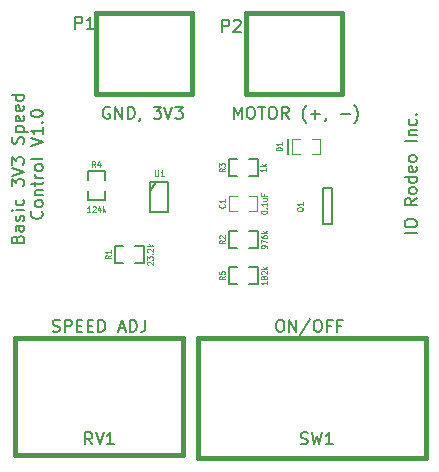
<source format=gto>
G04 (created by PCBNEW (2013-mar-13)-testing) date Wed 04 Dec 2013 03:02:40 PM PST*
%MOIN*%
G04 Gerber Fmt 3.4, Leading zero omitted, Abs format*
%FSLAX34Y34*%
G01*
G70*
G90*
G04 APERTURE LIST*
%ADD10C,0.005906*%
%ADD11C,0.008000*%
%ADD12C,0.004700*%
%ADD13C,0.015000*%
%ADD14C,0.005000*%
%ADD15C,0.004500*%
G04 APERTURE END LIST*
G54D10*
G54D11*
X24080Y-17371D02*
X23680Y-17371D01*
X23680Y-17104D02*
X23680Y-17028D01*
X23700Y-16990D01*
X23738Y-16952D01*
X23814Y-16933D01*
X23947Y-16933D01*
X24023Y-16952D01*
X24061Y-16990D01*
X24080Y-17028D01*
X24080Y-17104D01*
X24061Y-17142D01*
X24023Y-17180D01*
X23947Y-17199D01*
X23814Y-17199D01*
X23738Y-17180D01*
X23700Y-17142D01*
X23680Y-17104D01*
X24080Y-16228D02*
X23890Y-16361D01*
X24080Y-16457D02*
X23680Y-16457D01*
X23680Y-16304D01*
X23700Y-16266D01*
X23719Y-16247D01*
X23757Y-16228D01*
X23814Y-16228D01*
X23852Y-16247D01*
X23871Y-16266D01*
X23890Y-16304D01*
X23890Y-16457D01*
X24080Y-15999D02*
X24061Y-16038D01*
X24042Y-16057D01*
X24004Y-16076D01*
X23890Y-16076D01*
X23852Y-16057D01*
X23833Y-16038D01*
X23814Y-15999D01*
X23814Y-15942D01*
X23833Y-15904D01*
X23852Y-15885D01*
X23890Y-15866D01*
X24004Y-15866D01*
X24042Y-15885D01*
X24061Y-15904D01*
X24080Y-15942D01*
X24080Y-15999D01*
X24080Y-15523D02*
X23680Y-15523D01*
X24061Y-15523D02*
X24080Y-15561D01*
X24080Y-15638D01*
X24061Y-15676D01*
X24042Y-15695D01*
X24004Y-15714D01*
X23890Y-15714D01*
X23852Y-15695D01*
X23833Y-15676D01*
X23814Y-15638D01*
X23814Y-15561D01*
X23833Y-15523D01*
X24061Y-15180D02*
X24080Y-15219D01*
X24080Y-15295D01*
X24061Y-15333D01*
X24023Y-15352D01*
X23871Y-15352D01*
X23833Y-15333D01*
X23814Y-15295D01*
X23814Y-15219D01*
X23833Y-15180D01*
X23871Y-15161D01*
X23909Y-15161D01*
X23947Y-15352D01*
X24080Y-14933D02*
X24061Y-14971D01*
X24042Y-14990D01*
X24004Y-15009D01*
X23890Y-15009D01*
X23852Y-14990D01*
X23833Y-14971D01*
X23814Y-14933D01*
X23814Y-14876D01*
X23833Y-14838D01*
X23852Y-14819D01*
X23890Y-14800D01*
X24004Y-14800D01*
X24042Y-14819D01*
X24061Y-14838D01*
X24080Y-14876D01*
X24080Y-14933D01*
X24080Y-14323D02*
X23680Y-14323D01*
X23814Y-14133D02*
X24080Y-14133D01*
X23852Y-14133D02*
X23833Y-14114D01*
X23814Y-14076D01*
X23814Y-14019D01*
X23833Y-13980D01*
X23871Y-13961D01*
X24080Y-13961D01*
X24061Y-13600D02*
X24080Y-13638D01*
X24080Y-13714D01*
X24061Y-13752D01*
X24042Y-13771D01*
X24004Y-13790D01*
X23890Y-13790D01*
X23852Y-13771D01*
X23833Y-13752D01*
X23814Y-13714D01*
X23814Y-13638D01*
X23833Y-13600D01*
X24042Y-13428D02*
X24061Y-13409D01*
X24080Y-13428D01*
X24061Y-13447D01*
X24042Y-13428D01*
X24080Y-13428D01*
X10771Y-17585D02*
X10790Y-17528D01*
X10809Y-17509D01*
X10847Y-17490D01*
X10904Y-17490D01*
X10942Y-17509D01*
X10961Y-17528D01*
X10980Y-17566D01*
X10980Y-17719D01*
X10580Y-17719D01*
X10580Y-17585D01*
X10600Y-17547D01*
X10619Y-17528D01*
X10657Y-17509D01*
X10695Y-17509D01*
X10733Y-17528D01*
X10752Y-17547D01*
X10771Y-17585D01*
X10771Y-17719D01*
X10980Y-17147D02*
X10771Y-17147D01*
X10733Y-17166D01*
X10714Y-17204D01*
X10714Y-17280D01*
X10733Y-17319D01*
X10961Y-17147D02*
X10980Y-17185D01*
X10980Y-17280D01*
X10961Y-17319D01*
X10923Y-17338D01*
X10885Y-17338D01*
X10847Y-17319D01*
X10828Y-17280D01*
X10828Y-17185D01*
X10809Y-17147D01*
X10961Y-16976D02*
X10980Y-16938D01*
X10980Y-16861D01*
X10961Y-16823D01*
X10923Y-16804D01*
X10904Y-16804D01*
X10866Y-16823D01*
X10847Y-16861D01*
X10847Y-16919D01*
X10828Y-16957D01*
X10790Y-16976D01*
X10771Y-16976D01*
X10733Y-16957D01*
X10714Y-16919D01*
X10714Y-16861D01*
X10733Y-16823D01*
X10980Y-16633D02*
X10714Y-16633D01*
X10580Y-16633D02*
X10600Y-16652D01*
X10619Y-16633D01*
X10600Y-16614D01*
X10580Y-16633D01*
X10619Y-16633D01*
X10961Y-16271D02*
X10980Y-16309D01*
X10980Y-16385D01*
X10961Y-16423D01*
X10942Y-16442D01*
X10904Y-16461D01*
X10790Y-16461D01*
X10752Y-16442D01*
X10733Y-16423D01*
X10714Y-16385D01*
X10714Y-16309D01*
X10733Y-16271D01*
X10580Y-15833D02*
X10580Y-15585D01*
X10733Y-15719D01*
X10733Y-15661D01*
X10752Y-15623D01*
X10771Y-15604D01*
X10809Y-15585D01*
X10904Y-15585D01*
X10942Y-15604D01*
X10961Y-15623D01*
X10980Y-15661D01*
X10980Y-15776D01*
X10961Y-15814D01*
X10942Y-15833D01*
X10580Y-15471D02*
X10980Y-15338D01*
X10580Y-15204D01*
X10580Y-15109D02*
X10580Y-14861D01*
X10733Y-14995D01*
X10733Y-14938D01*
X10752Y-14900D01*
X10771Y-14880D01*
X10809Y-14861D01*
X10904Y-14861D01*
X10942Y-14880D01*
X10961Y-14900D01*
X10980Y-14938D01*
X10980Y-15052D01*
X10961Y-15090D01*
X10942Y-15109D01*
X10961Y-14404D02*
X10980Y-14347D01*
X10980Y-14252D01*
X10961Y-14214D01*
X10942Y-14195D01*
X10904Y-14176D01*
X10866Y-14176D01*
X10828Y-14195D01*
X10809Y-14214D01*
X10790Y-14252D01*
X10771Y-14328D01*
X10752Y-14366D01*
X10733Y-14385D01*
X10695Y-14404D01*
X10657Y-14404D01*
X10619Y-14385D01*
X10600Y-14366D01*
X10580Y-14328D01*
X10580Y-14233D01*
X10600Y-14176D01*
X10714Y-14004D02*
X11114Y-14004D01*
X10733Y-14004D02*
X10714Y-13966D01*
X10714Y-13890D01*
X10733Y-13852D01*
X10752Y-13833D01*
X10790Y-13814D01*
X10904Y-13814D01*
X10942Y-13833D01*
X10961Y-13852D01*
X10980Y-13890D01*
X10980Y-13966D01*
X10961Y-14004D01*
X10961Y-13490D02*
X10980Y-13528D01*
X10980Y-13604D01*
X10961Y-13642D01*
X10923Y-13661D01*
X10771Y-13661D01*
X10733Y-13642D01*
X10714Y-13604D01*
X10714Y-13528D01*
X10733Y-13490D01*
X10771Y-13471D01*
X10809Y-13471D01*
X10847Y-13661D01*
X10961Y-13147D02*
X10980Y-13185D01*
X10980Y-13261D01*
X10961Y-13300D01*
X10923Y-13319D01*
X10771Y-13319D01*
X10733Y-13300D01*
X10714Y-13261D01*
X10714Y-13185D01*
X10733Y-13147D01*
X10771Y-13128D01*
X10809Y-13128D01*
X10847Y-13319D01*
X10980Y-12785D02*
X10580Y-12785D01*
X10961Y-12785D02*
X10980Y-12823D01*
X10980Y-12900D01*
X10961Y-12938D01*
X10942Y-12957D01*
X10904Y-12976D01*
X10790Y-12976D01*
X10752Y-12957D01*
X10733Y-12938D01*
X10714Y-12900D01*
X10714Y-12823D01*
X10733Y-12785D01*
X11582Y-16661D02*
X11601Y-16680D01*
X11620Y-16738D01*
X11620Y-16776D01*
X11601Y-16833D01*
X11563Y-16871D01*
X11525Y-16890D01*
X11449Y-16909D01*
X11392Y-16909D01*
X11316Y-16890D01*
X11278Y-16871D01*
X11240Y-16833D01*
X11220Y-16776D01*
X11220Y-16738D01*
X11240Y-16680D01*
X11259Y-16661D01*
X11620Y-16433D02*
X11601Y-16471D01*
X11582Y-16490D01*
X11544Y-16509D01*
X11430Y-16509D01*
X11392Y-16490D01*
X11373Y-16471D01*
X11354Y-16433D01*
X11354Y-16376D01*
X11373Y-16338D01*
X11392Y-16319D01*
X11430Y-16299D01*
X11544Y-16299D01*
X11582Y-16319D01*
X11601Y-16338D01*
X11620Y-16376D01*
X11620Y-16433D01*
X11354Y-16128D02*
X11620Y-16128D01*
X11392Y-16128D02*
X11373Y-16109D01*
X11354Y-16071D01*
X11354Y-16014D01*
X11373Y-15976D01*
X11411Y-15957D01*
X11620Y-15957D01*
X11354Y-15823D02*
X11354Y-15671D01*
X11220Y-15766D02*
X11563Y-15766D01*
X11601Y-15747D01*
X11620Y-15709D01*
X11620Y-15671D01*
X11620Y-15538D02*
X11354Y-15538D01*
X11430Y-15538D02*
X11392Y-15519D01*
X11373Y-15499D01*
X11354Y-15461D01*
X11354Y-15423D01*
X11620Y-15233D02*
X11601Y-15271D01*
X11582Y-15290D01*
X11544Y-15309D01*
X11430Y-15309D01*
X11392Y-15290D01*
X11373Y-15271D01*
X11354Y-15233D01*
X11354Y-15176D01*
X11373Y-15138D01*
X11392Y-15119D01*
X11430Y-15100D01*
X11544Y-15100D01*
X11582Y-15119D01*
X11601Y-15138D01*
X11620Y-15176D01*
X11620Y-15233D01*
X11620Y-14871D02*
X11601Y-14909D01*
X11563Y-14928D01*
X11220Y-14928D01*
X11220Y-14471D02*
X11620Y-14338D01*
X11220Y-14204D01*
X11620Y-13861D02*
X11620Y-14090D01*
X11620Y-13976D02*
X11220Y-13976D01*
X11278Y-14014D01*
X11316Y-14052D01*
X11335Y-14090D01*
X11582Y-13690D02*
X11601Y-13671D01*
X11620Y-13690D01*
X11601Y-13709D01*
X11582Y-13690D01*
X11620Y-13690D01*
X11220Y-13423D02*
X11220Y-13385D01*
X11240Y-13347D01*
X11259Y-13328D01*
X11297Y-13309D01*
X11373Y-13290D01*
X11468Y-13290D01*
X11544Y-13309D01*
X11582Y-13328D01*
X11601Y-13347D01*
X11620Y-13385D01*
X11620Y-13423D01*
X11601Y-13461D01*
X11582Y-13480D01*
X11544Y-13500D01*
X11468Y-13519D01*
X11373Y-13519D01*
X11297Y-13500D01*
X11259Y-13480D01*
X11240Y-13461D01*
X11220Y-13423D01*
X19490Y-20280D02*
X19566Y-20280D01*
X19604Y-20300D01*
X19642Y-20338D01*
X19661Y-20414D01*
X19661Y-20547D01*
X19642Y-20623D01*
X19604Y-20661D01*
X19566Y-20680D01*
X19490Y-20680D01*
X19452Y-20661D01*
X19414Y-20623D01*
X19395Y-20547D01*
X19395Y-20414D01*
X19414Y-20338D01*
X19452Y-20300D01*
X19490Y-20280D01*
X19833Y-20680D02*
X19833Y-20280D01*
X20061Y-20680D01*
X20061Y-20280D01*
X20538Y-20261D02*
X20195Y-20776D01*
X20747Y-20280D02*
X20823Y-20280D01*
X20861Y-20300D01*
X20900Y-20338D01*
X20919Y-20414D01*
X20919Y-20547D01*
X20900Y-20623D01*
X20861Y-20661D01*
X20823Y-20680D01*
X20747Y-20680D01*
X20709Y-20661D01*
X20671Y-20623D01*
X20652Y-20547D01*
X20652Y-20414D01*
X20671Y-20338D01*
X20709Y-20300D01*
X20747Y-20280D01*
X21223Y-20471D02*
X21090Y-20471D01*
X21090Y-20680D02*
X21090Y-20280D01*
X21280Y-20280D01*
X21566Y-20471D02*
X21433Y-20471D01*
X21433Y-20680D02*
X21433Y-20280D01*
X21623Y-20280D01*
X11947Y-20661D02*
X12004Y-20680D01*
X12100Y-20680D01*
X12138Y-20661D01*
X12157Y-20642D01*
X12176Y-20604D01*
X12176Y-20566D01*
X12157Y-20528D01*
X12138Y-20509D01*
X12100Y-20490D01*
X12023Y-20471D01*
X11985Y-20452D01*
X11966Y-20433D01*
X11947Y-20395D01*
X11947Y-20357D01*
X11966Y-20319D01*
X11985Y-20300D01*
X12023Y-20280D01*
X12119Y-20280D01*
X12176Y-20300D01*
X12347Y-20680D02*
X12347Y-20280D01*
X12500Y-20280D01*
X12538Y-20300D01*
X12557Y-20319D01*
X12576Y-20357D01*
X12576Y-20414D01*
X12557Y-20452D01*
X12538Y-20471D01*
X12500Y-20490D01*
X12347Y-20490D01*
X12747Y-20471D02*
X12880Y-20471D01*
X12938Y-20680D02*
X12747Y-20680D01*
X12747Y-20280D01*
X12938Y-20280D01*
X13109Y-20471D02*
X13242Y-20471D01*
X13300Y-20680D02*
X13109Y-20680D01*
X13109Y-20280D01*
X13300Y-20280D01*
X13471Y-20680D02*
X13471Y-20280D01*
X13566Y-20280D01*
X13623Y-20300D01*
X13661Y-20338D01*
X13680Y-20376D01*
X13700Y-20452D01*
X13700Y-20509D01*
X13680Y-20585D01*
X13661Y-20623D01*
X13623Y-20661D01*
X13566Y-20680D01*
X13471Y-20680D01*
X14157Y-20566D02*
X14347Y-20566D01*
X14119Y-20680D02*
X14252Y-20280D01*
X14385Y-20680D01*
X14519Y-20680D02*
X14519Y-20280D01*
X14614Y-20280D01*
X14671Y-20300D01*
X14709Y-20338D01*
X14728Y-20376D01*
X14747Y-20452D01*
X14747Y-20509D01*
X14728Y-20585D01*
X14709Y-20623D01*
X14671Y-20661D01*
X14614Y-20680D01*
X14519Y-20680D01*
X15033Y-20280D02*
X15033Y-20566D01*
X15014Y-20623D01*
X14976Y-20661D01*
X14919Y-20680D01*
X14880Y-20680D01*
X17980Y-13580D02*
X17980Y-13180D01*
X18114Y-13466D01*
X18247Y-13180D01*
X18247Y-13580D01*
X18514Y-13180D02*
X18590Y-13180D01*
X18628Y-13200D01*
X18666Y-13238D01*
X18685Y-13314D01*
X18685Y-13447D01*
X18666Y-13523D01*
X18628Y-13561D01*
X18590Y-13580D01*
X18514Y-13580D01*
X18476Y-13561D01*
X18438Y-13523D01*
X18419Y-13447D01*
X18419Y-13314D01*
X18438Y-13238D01*
X18476Y-13200D01*
X18514Y-13180D01*
X18800Y-13180D02*
X19028Y-13180D01*
X18914Y-13580D02*
X18914Y-13180D01*
X19238Y-13180D02*
X19314Y-13180D01*
X19352Y-13200D01*
X19390Y-13238D01*
X19409Y-13314D01*
X19409Y-13447D01*
X19390Y-13523D01*
X19352Y-13561D01*
X19314Y-13580D01*
X19238Y-13580D01*
X19200Y-13561D01*
X19161Y-13523D01*
X19142Y-13447D01*
X19142Y-13314D01*
X19161Y-13238D01*
X19200Y-13200D01*
X19238Y-13180D01*
X19809Y-13580D02*
X19676Y-13390D01*
X19580Y-13580D02*
X19580Y-13180D01*
X19733Y-13180D01*
X19771Y-13200D01*
X19790Y-13219D01*
X19809Y-13257D01*
X19809Y-13314D01*
X19790Y-13352D01*
X19771Y-13371D01*
X19733Y-13390D01*
X19580Y-13390D01*
X20400Y-13733D02*
X20380Y-13714D01*
X20342Y-13657D01*
X20323Y-13619D01*
X20304Y-13561D01*
X20285Y-13466D01*
X20285Y-13390D01*
X20304Y-13295D01*
X20323Y-13238D01*
X20342Y-13200D01*
X20380Y-13142D01*
X20400Y-13123D01*
X20552Y-13428D02*
X20857Y-13428D01*
X20704Y-13580D02*
X20704Y-13276D01*
X21066Y-13561D02*
X21066Y-13580D01*
X21047Y-13619D01*
X21028Y-13638D01*
X21542Y-13428D02*
X21847Y-13428D01*
X22000Y-13733D02*
X22019Y-13714D01*
X22057Y-13657D01*
X22076Y-13619D01*
X22095Y-13561D01*
X22114Y-13466D01*
X22114Y-13390D01*
X22095Y-13295D01*
X22076Y-13238D01*
X22057Y-13200D01*
X22019Y-13142D01*
X22000Y-13123D01*
X13842Y-13200D02*
X13804Y-13180D01*
X13747Y-13180D01*
X13690Y-13200D01*
X13652Y-13238D01*
X13633Y-13276D01*
X13614Y-13352D01*
X13614Y-13409D01*
X13633Y-13485D01*
X13652Y-13523D01*
X13690Y-13561D01*
X13747Y-13580D01*
X13785Y-13580D01*
X13842Y-13561D01*
X13861Y-13542D01*
X13861Y-13409D01*
X13785Y-13409D01*
X14033Y-13580D02*
X14033Y-13180D01*
X14261Y-13580D01*
X14261Y-13180D01*
X14452Y-13580D02*
X14452Y-13180D01*
X14547Y-13180D01*
X14604Y-13200D01*
X14642Y-13238D01*
X14661Y-13276D01*
X14680Y-13352D01*
X14680Y-13409D01*
X14661Y-13485D01*
X14642Y-13523D01*
X14604Y-13561D01*
X14547Y-13580D01*
X14452Y-13580D01*
X14871Y-13561D02*
X14871Y-13580D01*
X14852Y-13619D01*
X14833Y-13638D01*
X15309Y-13180D02*
X15557Y-13180D01*
X15423Y-13333D01*
X15480Y-13333D01*
X15519Y-13352D01*
X15538Y-13371D01*
X15557Y-13409D01*
X15557Y-13504D01*
X15538Y-13542D01*
X15519Y-13561D01*
X15480Y-13580D01*
X15366Y-13580D01*
X15328Y-13561D01*
X15309Y-13542D01*
X15671Y-13180D02*
X15804Y-13580D01*
X15938Y-13180D01*
X16033Y-13180D02*
X16280Y-13180D01*
X16147Y-13333D01*
X16204Y-13333D01*
X16242Y-13352D01*
X16261Y-13371D01*
X16280Y-13409D01*
X16280Y-13504D01*
X16261Y-13542D01*
X16242Y-13561D01*
X16204Y-13580D01*
X16090Y-13580D01*
X16052Y-13561D01*
X16033Y-13542D01*
G54D12*
X18497Y-16656D02*
X18772Y-16656D01*
X18103Y-16656D02*
X17828Y-16656D01*
X18497Y-16144D02*
X18772Y-16144D01*
X17828Y-16144D02*
X18103Y-16144D01*
X18772Y-16150D02*
X18772Y-16650D01*
X17828Y-16650D02*
X17828Y-16150D01*
G54D10*
X19800Y-14750D02*
X19800Y-14250D01*
G54D12*
X20203Y-14244D02*
X19928Y-14244D01*
X20597Y-14244D02*
X20872Y-14244D01*
X20203Y-14756D02*
X19928Y-14756D01*
X20872Y-14756D02*
X20597Y-14756D01*
X19928Y-14750D02*
X19928Y-14250D01*
X20872Y-14250D02*
X20872Y-14750D01*
G54D13*
X13400Y-10050D02*
X13400Y-12750D01*
X13400Y-12750D02*
X16600Y-12750D01*
X16600Y-12750D02*
X16600Y-10050D01*
X16600Y-10050D02*
X13400Y-10050D01*
X18400Y-10050D02*
X18400Y-12750D01*
X18400Y-12750D02*
X21600Y-12750D01*
X21600Y-12750D02*
X21600Y-10050D01*
X21600Y-10050D02*
X18400Y-10050D01*
G54D14*
X20950Y-17100D02*
X20950Y-15900D01*
X20950Y-15900D02*
X21250Y-15900D01*
X21250Y-15900D02*
X21250Y-17100D01*
X21250Y-17100D02*
X20950Y-17100D01*
X14697Y-18375D02*
X14975Y-18375D01*
X14975Y-18375D02*
X14975Y-17825D01*
X14975Y-17825D02*
X14697Y-17825D01*
X14025Y-18375D02*
X14303Y-18375D01*
X14025Y-18375D02*
X14025Y-17825D01*
X14025Y-17825D02*
X14303Y-17825D01*
X18103Y-17325D02*
X17825Y-17325D01*
X17825Y-17325D02*
X17825Y-17875D01*
X17825Y-17875D02*
X18103Y-17875D01*
X18775Y-17325D02*
X18497Y-17325D01*
X18775Y-17325D02*
X18775Y-17875D01*
X18775Y-17875D02*
X18497Y-17875D01*
X18497Y-15475D02*
X18775Y-15475D01*
X18775Y-15475D02*
X18775Y-14925D01*
X18775Y-14925D02*
X18497Y-14925D01*
X17825Y-15475D02*
X18103Y-15475D01*
X17825Y-15475D02*
X17825Y-14925D01*
X17825Y-14925D02*
X18103Y-14925D01*
X13125Y-15997D02*
X13125Y-16275D01*
X13125Y-16275D02*
X13675Y-16275D01*
X13675Y-16275D02*
X13675Y-15997D01*
X13125Y-15325D02*
X13125Y-15603D01*
X13125Y-15325D02*
X13675Y-15325D01*
X13675Y-15325D02*
X13675Y-15603D01*
X18103Y-18525D02*
X17825Y-18525D01*
X17825Y-18525D02*
X17825Y-19075D01*
X17825Y-19075D02*
X18103Y-19075D01*
X18775Y-18525D02*
X18497Y-18525D01*
X18775Y-18525D02*
X18775Y-19075D01*
X18775Y-19075D02*
X18497Y-19075D01*
G54D13*
X10700Y-20900D02*
X10700Y-24800D01*
X10700Y-24800D02*
X16300Y-24800D01*
X11000Y-20900D02*
X10700Y-20900D01*
X16300Y-20900D02*
X16300Y-24800D01*
X16000Y-20900D02*
X16300Y-20900D01*
X16000Y-20900D02*
X11000Y-20900D01*
X15500Y-24800D02*
X11500Y-24800D01*
X16800Y-20900D02*
X24400Y-20900D01*
X24400Y-20900D02*
X24400Y-24900D01*
X24400Y-24900D02*
X16800Y-24900D01*
X16800Y-24900D02*
X16800Y-20900D01*
G54D14*
X15200Y-16000D02*
X15400Y-15700D01*
X15200Y-16700D02*
X15200Y-15675D01*
X15200Y-15675D02*
X15800Y-15675D01*
X15800Y-15675D02*
X15800Y-16700D01*
X15800Y-16700D02*
X15200Y-16700D01*
G54D15*
X17671Y-16430D02*
X17680Y-16438D01*
X17690Y-16464D01*
X17690Y-16481D01*
X17680Y-16507D01*
X17661Y-16524D01*
X17642Y-16532D01*
X17604Y-16541D01*
X17576Y-16541D01*
X17538Y-16532D01*
X17519Y-16524D01*
X17500Y-16507D01*
X17490Y-16481D01*
X17490Y-16464D01*
X17500Y-16438D01*
X17509Y-16430D01*
X17690Y-16258D02*
X17690Y-16361D01*
X17690Y-16310D02*
X17490Y-16310D01*
X17519Y-16327D01*
X17538Y-16344D01*
X17547Y-16361D01*
X18890Y-16695D02*
X18890Y-16678D01*
X18900Y-16661D01*
X18909Y-16652D01*
X18928Y-16644D01*
X18966Y-16635D01*
X19014Y-16635D01*
X19052Y-16644D01*
X19071Y-16652D01*
X19080Y-16661D01*
X19090Y-16678D01*
X19090Y-16695D01*
X19080Y-16712D01*
X19071Y-16721D01*
X19052Y-16730D01*
X19014Y-16738D01*
X18966Y-16738D01*
X18928Y-16730D01*
X18909Y-16721D01*
X18900Y-16712D01*
X18890Y-16695D01*
X19071Y-16558D02*
X19080Y-16549D01*
X19090Y-16558D01*
X19080Y-16567D01*
X19071Y-16558D01*
X19090Y-16558D01*
X19090Y-16378D02*
X19090Y-16481D01*
X19090Y-16430D02*
X18890Y-16430D01*
X18919Y-16447D01*
X18938Y-16464D01*
X18947Y-16481D01*
X18957Y-16224D02*
X19090Y-16224D01*
X18957Y-16301D02*
X19061Y-16301D01*
X19080Y-16292D01*
X19090Y-16275D01*
X19090Y-16249D01*
X19080Y-16232D01*
X19071Y-16224D01*
X18985Y-16078D02*
X18985Y-16138D01*
X19090Y-16138D02*
X18890Y-16138D01*
X18890Y-16052D01*
X19590Y-14632D02*
X19390Y-14632D01*
X19390Y-14590D01*
X19400Y-14564D01*
X19419Y-14547D01*
X19438Y-14538D01*
X19476Y-14530D01*
X19504Y-14530D01*
X19542Y-14538D01*
X19561Y-14547D01*
X19580Y-14564D01*
X19590Y-14590D01*
X19590Y-14632D01*
X19590Y-14358D02*
X19590Y-14461D01*
X19590Y-14410D02*
X19390Y-14410D01*
X19419Y-14427D01*
X19438Y-14444D01*
X19447Y-14461D01*
G54D11*
X12704Y-10580D02*
X12704Y-10180D01*
X12857Y-10180D01*
X12895Y-10200D01*
X12914Y-10219D01*
X12933Y-10257D01*
X12933Y-10314D01*
X12914Y-10352D01*
X12895Y-10371D01*
X12857Y-10390D01*
X12704Y-10390D01*
X13314Y-10580D02*
X13085Y-10580D01*
X13200Y-10580D02*
X13200Y-10180D01*
X13161Y-10238D01*
X13123Y-10276D01*
X13085Y-10295D01*
X17604Y-10680D02*
X17604Y-10280D01*
X17757Y-10280D01*
X17795Y-10300D01*
X17814Y-10319D01*
X17833Y-10357D01*
X17833Y-10414D01*
X17814Y-10452D01*
X17795Y-10471D01*
X17757Y-10490D01*
X17604Y-10490D01*
X17985Y-10319D02*
X18004Y-10300D01*
X18042Y-10280D01*
X18138Y-10280D01*
X18176Y-10300D01*
X18195Y-10319D01*
X18214Y-10357D01*
X18214Y-10395D01*
X18195Y-10452D01*
X17966Y-10680D01*
X18214Y-10680D01*
G54D15*
X20309Y-16517D02*
X20300Y-16534D01*
X20280Y-16551D01*
X20252Y-16577D01*
X20242Y-16594D01*
X20242Y-16611D01*
X20290Y-16602D02*
X20280Y-16620D01*
X20261Y-16637D01*
X20223Y-16645D01*
X20157Y-16645D01*
X20119Y-16637D01*
X20100Y-16620D01*
X20090Y-16602D01*
X20090Y-16568D01*
X20100Y-16551D01*
X20119Y-16534D01*
X20157Y-16525D01*
X20223Y-16525D01*
X20261Y-16534D01*
X20280Y-16551D01*
X20290Y-16568D01*
X20290Y-16602D01*
X20290Y-16354D02*
X20290Y-16457D01*
X20290Y-16405D02*
X20090Y-16405D01*
X20119Y-16422D01*
X20138Y-16440D01*
X20147Y-16457D01*
X13889Y-18130D02*
X13795Y-18190D01*
X13889Y-18232D02*
X13692Y-18232D01*
X13692Y-18164D01*
X13701Y-18147D01*
X13710Y-18138D01*
X13729Y-18130D01*
X13757Y-18130D01*
X13776Y-18138D01*
X13785Y-18147D01*
X13795Y-18164D01*
X13795Y-18232D01*
X13889Y-17958D02*
X13889Y-18061D01*
X13889Y-18010D02*
X13692Y-18010D01*
X13720Y-18027D01*
X13739Y-18044D01*
X13748Y-18061D01*
X15109Y-18438D02*
X15100Y-18430D01*
X15090Y-18412D01*
X15090Y-18370D01*
X15100Y-18352D01*
X15109Y-18344D01*
X15128Y-18335D01*
X15147Y-18335D01*
X15176Y-18344D01*
X15290Y-18447D01*
X15290Y-18335D01*
X15090Y-18275D02*
X15090Y-18164D01*
X15166Y-18224D01*
X15166Y-18198D01*
X15176Y-18181D01*
X15185Y-18172D01*
X15204Y-18164D01*
X15252Y-18164D01*
X15271Y-18172D01*
X15280Y-18181D01*
X15290Y-18198D01*
X15290Y-18249D01*
X15280Y-18267D01*
X15271Y-18275D01*
X15271Y-18087D02*
X15280Y-18078D01*
X15290Y-18087D01*
X15280Y-18095D01*
X15271Y-18087D01*
X15290Y-18087D01*
X15109Y-18009D02*
X15100Y-18001D01*
X15090Y-17984D01*
X15090Y-17941D01*
X15100Y-17924D01*
X15109Y-17915D01*
X15128Y-17907D01*
X15147Y-17907D01*
X15176Y-17915D01*
X15290Y-18018D01*
X15290Y-17907D01*
X15290Y-17829D02*
X15090Y-17829D01*
X15214Y-17812D02*
X15290Y-17761D01*
X15157Y-17761D02*
X15233Y-17829D01*
X17689Y-17630D02*
X17595Y-17690D01*
X17689Y-17732D02*
X17492Y-17732D01*
X17492Y-17664D01*
X17501Y-17647D01*
X17510Y-17638D01*
X17529Y-17630D01*
X17557Y-17630D01*
X17576Y-17638D01*
X17585Y-17647D01*
X17595Y-17664D01*
X17595Y-17732D01*
X17510Y-17561D02*
X17501Y-17552D01*
X17492Y-17535D01*
X17492Y-17492D01*
X17501Y-17475D01*
X17510Y-17467D01*
X17529Y-17458D01*
X17548Y-17458D01*
X17576Y-17467D01*
X17689Y-17570D01*
X17689Y-17458D01*
X19090Y-17878D02*
X19090Y-17844D01*
X19080Y-17827D01*
X19071Y-17818D01*
X19042Y-17801D01*
X19004Y-17792D01*
X18928Y-17792D01*
X18909Y-17801D01*
X18900Y-17810D01*
X18890Y-17827D01*
X18890Y-17861D01*
X18900Y-17878D01*
X18909Y-17887D01*
X18928Y-17895D01*
X18976Y-17895D01*
X18995Y-17887D01*
X19004Y-17878D01*
X19014Y-17861D01*
X19014Y-17827D01*
X19004Y-17810D01*
X18995Y-17801D01*
X18976Y-17792D01*
X18890Y-17732D02*
X18890Y-17612D01*
X19090Y-17690D01*
X18890Y-17467D02*
X18890Y-17501D01*
X18900Y-17518D01*
X18909Y-17527D01*
X18938Y-17544D01*
X18976Y-17552D01*
X19052Y-17552D01*
X19071Y-17544D01*
X19080Y-17535D01*
X19090Y-17518D01*
X19090Y-17484D01*
X19080Y-17467D01*
X19071Y-17458D01*
X19052Y-17449D01*
X19004Y-17449D01*
X18985Y-17458D01*
X18976Y-17467D01*
X18966Y-17484D01*
X18966Y-17518D01*
X18976Y-17535D01*
X18985Y-17544D01*
X19004Y-17552D01*
X19090Y-17372D02*
X18890Y-17372D01*
X19014Y-17355D02*
X19090Y-17304D01*
X18957Y-17304D02*
X19033Y-17372D01*
X17689Y-15230D02*
X17595Y-15290D01*
X17689Y-15332D02*
X17492Y-15332D01*
X17492Y-15264D01*
X17501Y-15247D01*
X17510Y-15238D01*
X17529Y-15230D01*
X17557Y-15230D01*
X17576Y-15238D01*
X17585Y-15247D01*
X17595Y-15264D01*
X17595Y-15332D01*
X17492Y-15170D02*
X17492Y-15058D01*
X17567Y-15118D01*
X17567Y-15092D01*
X17576Y-15075D01*
X17585Y-15067D01*
X17604Y-15058D01*
X17651Y-15058D01*
X17670Y-15067D01*
X17679Y-15075D01*
X17689Y-15092D01*
X17689Y-15144D01*
X17679Y-15161D01*
X17670Y-15170D01*
X19059Y-15221D02*
X19059Y-15324D01*
X19059Y-15272D02*
X18859Y-15272D01*
X18888Y-15290D01*
X18907Y-15307D01*
X18916Y-15324D01*
X19059Y-15144D02*
X18859Y-15144D01*
X18983Y-15127D02*
X19059Y-15075D01*
X18926Y-15075D02*
X19002Y-15144D01*
X13370Y-15189D02*
X13310Y-15095D01*
X13267Y-15189D02*
X13267Y-14992D01*
X13335Y-14992D01*
X13352Y-15001D01*
X13361Y-15010D01*
X13370Y-15029D01*
X13370Y-15057D01*
X13361Y-15076D01*
X13352Y-15085D01*
X13335Y-15095D01*
X13267Y-15095D01*
X13524Y-15057D02*
X13524Y-15189D01*
X13481Y-14982D02*
X13438Y-15123D01*
X13550Y-15123D01*
X13207Y-16690D02*
X13104Y-16690D01*
X13155Y-16690D02*
X13155Y-16490D01*
X13138Y-16519D01*
X13121Y-16538D01*
X13104Y-16547D01*
X13275Y-16509D02*
X13284Y-16500D01*
X13301Y-16490D01*
X13344Y-16490D01*
X13361Y-16500D01*
X13370Y-16509D01*
X13378Y-16528D01*
X13378Y-16547D01*
X13370Y-16576D01*
X13267Y-16690D01*
X13378Y-16690D01*
X13532Y-16557D02*
X13532Y-16690D01*
X13490Y-16480D02*
X13447Y-16623D01*
X13558Y-16623D01*
X13627Y-16690D02*
X13627Y-16490D01*
X13644Y-16614D02*
X13695Y-16690D01*
X13695Y-16557D02*
X13627Y-16633D01*
X17689Y-18830D02*
X17595Y-18890D01*
X17689Y-18932D02*
X17492Y-18932D01*
X17492Y-18864D01*
X17501Y-18847D01*
X17510Y-18838D01*
X17529Y-18830D01*
X17557Y-18830D01*
X17576Y-18838D01*
X17585Y-18847D01*
X17595Y-18864D01*
X17595Y-18932D01*
X17492Y-18667D02*
X17492Y-18752D01*
X17585Y-18761D01*
X17576Y-18752D01*
X17567Y-18735D01*
X17567Y-18692D01*
X17576Y-18675D01*
X17585Y-18667D01*
X17604Y-18658D01*
X17651Y-18658D01*
X17670Y-18667D01*
X17679Y-18675D01*
X17689Y-18692D01*
X17689Y-18735D01*
X17679Y-18752D01*
X17670Y-18761D01*
X19090Y-18992D02*
X19090Y-19095D01*
X19090Y-19044D02*
X18890Y-19044D01*
X18919Y-19061D01*
X18938Y-19078D01*
X18947Y-19095D01*
X18976Y-18890D02*
X18966Y-18907D01*
X18957Y-18915D01*
X18938Y-18924D01*
X18928Y-18924D01*
X18909Y-18915D01*
X18900Y-18907D01*
X18890Y-18890D01*
X18890Y-18855D01*
X18900Y-18838D01*
X18909Y-18830D01*
X18928Y-18821D01*
X18938Y-18821D01*
X18957Y-18830D01*
X18966Y-18838D01*
X18976Y-18855D01*
X18976Y-18890D01*
X18985Y-18907D01*
X18995Y-18915D01*
X19014Y-18924D01*
X19052Y-18924D01*
X19071Y-18915D01*
X19080Y-18907D01*
X19090Y-18890D01*
X19090Y-18855D01*
X19080Y-18838D01*
X19071Y-18830D01*
X19052Y-18821D01*
X19014Y-18821D01*
X18995Y-18830D01*
X18985Y-18838D01*
X18976Y-18855D01*
X18909Y-18752D02*
X18900Y-18744D01*
X18890Y-18727D01*
X18890Y-18684D01*
X18900Y-18667D01*
X18909Y-18658D01*
X18928Y-18649D01*
X18947Y-18649D01*
X18976Y-18658D01*
X19090Y-18761D01*
X19090Y-18649D01*
X19090Y-18572D02*
X18890Y-18572D01*
X19014Y-18555D02*
X19090Y-18504D01*
X18957Y-18504D02*
X19033Y-18572D01*
G54D11*
X13261Y-24430D02*
X13128Y-24240D01*
X13033Y-24430D02*
X13033Y-24030D01*
X13185Y-24030D01*
X13223Y-24050D01*
X13242Y-24069D01*
X13261Y-24107D01*
X13261Y-24164D01*
X13242Y-24202D01*
X13223Y-24221D01*
X13185Y-24240D01*
X13033Y-24240D01*
X13376Y-24030D02*
X13509Y-24430D01*
X13642Y-24030D01*
X13985Y-24430D02*
X13757Y-24430D01*
X13871Y-24430D02*
X13871Y-24030D01*
X13833Y-24088D01*
X13795Y-24126D01*
X13757Y-24145D01*
X20216Y-24411D02*
X20273Y-24430D01*
X20369Y-24430D01*
X20407Y-24411D01*
X20426Y-24392D01*
X20445Y-24354D01*
X20445Y-24316D01*
X20426Y-24278D01*
X20407Y-24259D01*
X20369Y-24240D01*
X20292Y-24221D01*
X20254Y-24202D01*
X20235Y-24183D01*
X20216Y-24145D01*
X20216Y-24107D01*
X20235Y-24069D01*
X20254Y-24050D01*
X20292Y-24030D01*
X20388Y-24030D01*
X20445Y-24050D01*
X20578Y-24030D02*
X20673Y-24430D01*
X20750Y-24145D01*
X20826Y-24430D01*
X20921Y-24030D01*
X21283Y-24430D02*
X21054Y-24430D01*
X21169Y-24430D02*
X21169Y-24030D01*
X21130Y-24088D01*
X21092Y-24126D01*
X21054Y-24145D01*
G54D15*
X15362Y-15290D02*
X15362Y-15452D01*
X15371Y-15471D01*
X15380Y-15480D01*
X15397Y-15490D01*
X15431Y-15490D01*
X15448Y-15480D01*
X15457Y-15471D01*
X15465Y-15452D01*
X15465Y-15290D01*
X15645Y-15490D02*
X15542Y-15490D01*
X15594Y-15490D02*
X15594Y-15290D01*
X15577Y-15319D01*
X15560Y-15338D01*
X15542Y-15347D01*
M02*

</source>
